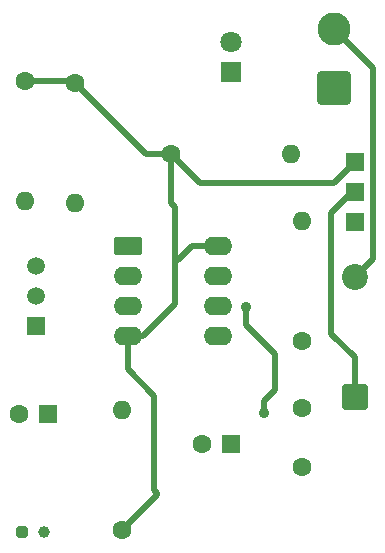
<source format=gbr>
%TF.GenerationSoftware,KiCad,Pcbnew,9.0.2*%
%TF.CreationDate,2025-06-20T15:59:31-04:00*%
%TF.ProjectId,proj02-g05,70726f6a-3032-42d6-9730-352e6b696361,rev?*%
%TF.SameCoordinates,Original*%
%TF.FileFunction,Copper,L1,Top*%
%TF.FilePolarity,Positive*%
%FSLAX46Y46*%
G04 Gerber Fmt 4.6, Leading zero omitted, Abs format (unit mm)*
G04 Created by KiCad (PCBNEW 9.0.2) date 2025-06-20 15:59:31*
%MOMM*%
%LPD*%
G01*
G04 APERTURE LIST*
G04 Aperture macros list*
%AMRoundRect*
0 Rectangle with rounded corners*
0 $1 Rounding radius*
0 $2 $3 $4 $5 $6 $7 $8 $9 X,Y pos of 4 corners*
0 Add a 4 corners polygon primitive as box body*
4,1,4,$2,$3,$4,$5,$6,$7,$8,$9,$2,$3,0*
0 Add four circle primitives for the rounded corners*
1,1,$1+$1,$2,$3*
1,1,$1+$1,$4,$5*
1,1,$1+$1,$6,$7*
1,1,$1+$1,$8,$9*
0 Add four rect primitives between the rounded corners*
20,1,$1+$1,$2,$3,$4,$5,0*
20,1,$1+$1,$4,$5,$6,$7,0*
20,1,$1+$1,$6,$7,$8,$9,0*
20,1,$1+$1,$8,$9,$2,$3,0*%
G04 Aperture macros list end*
%TA.AperFunction,ComponentPad*%
%ADD10C,1.600000*%
%TD*%
%TA.AperFunction,ComponentPad*%
%ADD11O,1.600000X1.600000*%
%TD*%
%TA.AperFunction,ComponentPad*%
%ADD12R,1.600000X1.600000*%
%TD*%
%TA.AperFunction,ComponentPad*%
%ADD13RoundRect,0.250001X1.149999X-1.149999X1.149999X1.149999X-1.149999X1.149999X-1.149999X-1.149999X0*%
%TD*%
%TA.AperFunction,ComponentPad*%
%ADD14C,2.800000*%
%TD*%
%TA.AperFunction,ComponentPad*%
%ADD15RoundRect,0.249999X0.850001X-0.850001X0.850001X0.850001X-0.850001X0.850001X-0.850001X-0.850001X0*%
%TD*%
%TA.AperFunction,ComponentPad*%
%ADD16C,2.200000*%
%TD*%
%TA.AperFunction,ComponentPad*%
%ADD17R,1.500000X1.500000*%
%TD*%
%TA.AperFunction,ComponentPad*%
%ADD18C,1.500000*%
%TD*%
%TA.AperFunction,ComponentPad*%
%ADD19R,1.800000X1.800000*%
%TD*%
%TA.AperFunction,ComponentPad*%
%ADD20C,1.800000*%
%TD*%
%TA.AperFunction,ComponentPad*%
%ADD21RoundRect,0.250000X-0.250000X-0.250000X0.250000X-0.250000X0.250000X0.250000X-0.250000X0.250000X0*%
%TD*%
%TA.AperFunction,ComponentPad*%
%ADD22C,1.000000*%
%TD*%
%TA.AperFunction,ComponentPad*%
%ADD23RoundRect,0.250000X-0.950000X-0.550000X0.950000X-0.550000X0.950000X0.550000X-0.950000X0.550000X0*%
%TD*%
%TA.AperFunction,ComponentPad*%
%ADD24O,2.400000X1.600000*%
%TD*%
%TA.AperFunction,ViaPad*%
%ADD25C,0.900000*%
%TD*%
%TA.AperFunction,Conductor*%
%ADD26C,0.500000*%
%TD*%
G04 APERTURE END LIST*
D10*
%TO.P,R9,1*%
%TO.N,+9V*%
X101264733Y-36832233D03*
D11*
%TO.P,R9,2*%
%TO.N,Net-(Q1-C)*%
X101264733Y-46992233D03*
%TD*%
D10*
%TO.P,R11,1*%
%TO.N,+9V*%
X113684733Y-43082233D03*
D11*
%TO.P,R11,2*%
%TO.N,Net-(U5-DIS)*%
X123844733Y-43082233D03*
%TD*%
D12*
%TO.P,C5,1*%
%TO.N,Net-(MK1-+)*%
X103264733Y-65082233D03*
D10*
%TO.P,C5,2*%
%TO.N,Net-(Q1-B)*%
X100764733Y-65082233D03*
%TD*%
D13*
%TO.P,J2,1,Pin_1*%
%TO.N,GND*%
X127500000Y-37500000D03*
D14*
%TO.P,J2,2,Pin_2*%
%TO.N,Net-(D13-A)*%
X127500000Y-32500000D03*
%TD*%
D15*
%TO.P,D13,1,K*%
%TO.N,Net-(D13-K)*%
X129250000Y-63580000D03*
D16*
%TO.P,D13,2,A*%
%TO.N,Net-(D13-A)*%
X129250000Y-53420000D03*
%TD*%
D17*
%TO.P,Q1,1,E*%
%TO.N,GND*%
X102264733Y-57582233D03*
D18*
%TO.P,Q1,2,B*%
%TO.N,Net-(Q1-B)*%
X102264733Y-55042233D03*
%TO.P,Q1,3,C*%
%TO.N,Net-(Q1-C)*%
X102264733Y-52502233D03*
%TD*%
D12*
%TO.P,C6,1*%
%TO.N,Net-(U5-DIS)*%
X118764733Y-67582233D03*
D10*
%TO.P,C6,2*%
%TO.N,GND*%
X116264733Y-67582233D03*
%TD*%
D19*
%TO.P,D11,1,K*%
%TO.N,GND*%
X118764733Y-36107233D03*
D20*
%TO.P,D11,2,A*%
%TO.N,Net-(D11-A)*%
X118764733Y-33567233D03*
%TD*%
D17*
%TO.P,SW2,1,A*%
%TO.N,unconnected-(SW2-A-Pad1)*%
X129250000Y-48830000D03*
%TO.P,SW2,2,B*%
%TO.N,Net-(D13-K)*%
X129250000Y-46290000D03*
%TO.P,SW2,3,C*%
%TO.N,+9V*%
X129250000Y-43750000D03*
%TD*%
D21*
%TO.P,MK1,1,-*%
%TO.N,GND*%
X101014733Y-75082233D03*
D22*
%TO.P,MK1,2,+*%
%TO.N,Net-(MK1-+)*%
X102914733Y-75082233D03*
%TD*%
D10*
%TO.P,R8,1*%
%TO.N,+9V*%
X109514733Y-74912233D03*
D11*
%TO.P,R8,2*%
%TO.N,Net-(MK1-+)*%
X109514733Y-64752233D03*
%TD*%
D10*
%TO.P,R10,1*%
%TO.N,+9V*%
X105500000Y-37000000D03*
D11*
%TO.P,R10,2*%
%TO.N,Net-(Q1-C)*%
X105500000Y-47160000D03*
%TD*%
D10*
%TO.P,C7,1*%
%TO.N,Net-(U5-CV)*%
X124764733Y-64582233D03*
%TO.P,C7,2*%
%TO.N,GND*%
X124764733Y-69582233D03*
%TD*%
D23*
%TO.P,U5,1,GND*%
%TO.N,GND*%
X110014733Y-50832233D03*
D24*
%TO.P,U5,2,TR*%
%TO.N,Net-(Q1-C)*%
X110014733Y-53372233D03*
%TO.P,U5,3,Q*%
%TO.N,Net-(U5-Q)*%
X110014733Y-55912233D03*
%TO.P,U5,4,R*%
%TO.N,+9V*%
X110014733Y-58452233D03*
%TO.P,U5,5,CV*%
%TO.N,Net-(U5-CV)*%
X117634733Y-58452233D03*
%TO.P,U5,6,THR*%
%TO.N,Net-(U5-DIS)*%
X117634733Y-55912233D03*
%TO.P,U5,7,DIS*%
X117634733Y-53372233D03*
%TO.P,U5,8,VCC*%
%TO.N,+9V*%
X117634733Y-50832233D03*
%TD*%
D10*
%TO.P,R12,1*%
%TO.N,Net-(U5-Q)*%
X124764733Y-58912233D03*
D11*
%TO.P,R12,2*%
%TO.N,Net-(D11-A)*%
X124764733Y-48752233D03*
%TD*%
D25*
%TO.N,Net-(U5-DIS)*%
X121500000Y-65000000D03*
X120000000Y-56000000D03*
%TD*%
D26*
%TO.N,Net-(U5-DIS)*%
X121500000Y-64000000D02*
X122500000Y-63000000D01*
X122500000Y-63000000D02*
X122500000Y-60000000D01*
X122500000Y-60000000D02*
X120000000Y-57500000D01*
X120000000Y-57500000D02*
X120000000Y-56000000D01*
X121500000Y-65000000D02*
X121500000Y-64000000D01*
%TO.N,+9V*%
X115417767Y-50832233D02*
X117634733Y-50832233D01*
X114000000Y-52000000D02*
X114250000Y-52000000D01*
X127500000Y-45500000D02*
X116102500Y-45500000D01*
X112500000Y-71750000D02*
X112500000Y-71926966D01*
X129250000Y-43750000D02*
X127500000Y-45500000D01*
X112250000Y-71500000D02*
X112500000Y-71750000D01*
X105332233Y-36832233D02*
X105500000Y-37000000D01*
X110014733Y-58452233D02*
X111297767Y-58452233D01*
X113684733Y-47184733D02*
X114000000Y-47500000D01*
X116102500Y-45500000D02*
X113684733Y-43082233D01*
X113684733Y-43082233D02*
X111582233Y-43082233D01*
X110014733Y-61264733D02*
X112250000Y-63500000D01*
X110014733Y-58452233D02*
X110014733Y-61264733D01*
X112500000Y-71926966D02*
X109514733Y-74912233D01*
X114000000Y-47500000D02*
X114000000Y-52500000D01*
X101264733Y-36832233D02*
X105332233Y-36832233D01*
X111297767Y-58452233D02*
X114000000Y-55750000D01*
X114250000Y-52000000D02*
X115417767Y-50832233D01*
X114000000Y-55750000D02*
X114000000Y-52500000D01*
X111582233Y-43082233D02*
X105500000Y-37000000D01*
X114000000Y-52500000D02*
X114000000Y-52000000D01*
X112250000Y-63500000D02*
X112250000Y-71500000D01*
X113684733Y-43082233D02*
X113684733Y-47184733D01*
%TO.N,Net-(D13-K)*%
X127250000Y-48000000D02*
X127250000Y-58250000D01*
X128960000Y-46290000D02*
X127250000Y-48000000D01*
X129250000Y-60250000D02*
X129250000Y-63580000D01*
X129250000Y-46290000D02*
X128960000Y-46290000D01*
X127250000Y-58250000D02*
X129250000Y-60250000D01*
%TO.N,Net-(D13-A)*%
X130750000Y-35750000D02*
X130750000Y-51920000D01*
X127500000Y-32500000D02*
X130750000Y-35750000D01*
X130750000Y-51920000D02*
X129250000Y-53420000D01*
%TD*%
M02*

</source>
